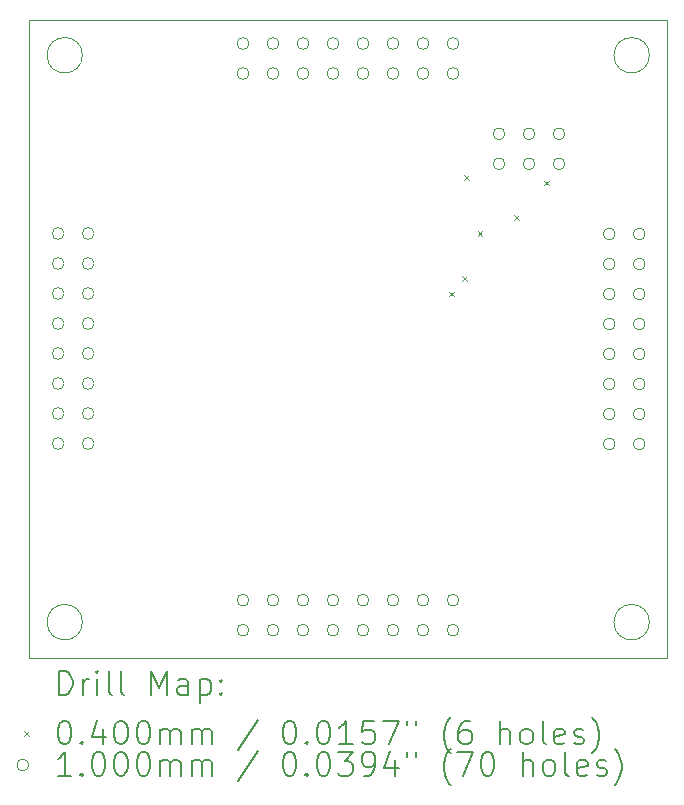
<source format=gbr>
%TF.GenerationSoftware,KiCad,Pcbnew,6.0.11+dfsg-1~bpo11+1*%
%TF.CreationDate,2023-04-06T13:49:15+02:00*%
%TF.ProjectId,dvert_11,64766572-745f-4313-912e-6b696361645f,1.1*%
%TF.SameCoordinates,Original*%
%TF.FileFunction,Drillmap*%
%TF.FilePolarity,Positive*%
%FSLAX45Y45*%
G04 Gerber Fmt 4.5, Leading zero omitted, Abs format (unit mm)*
G04 Created by KiCad (PCBNEW 6.0.11+dfsg-1~bpo11+1) date 2023-04-06 13:49:15*
%MOMM*%
%LPD*%
G01*
G04 APERTURE LIST*
%ADD10C,0.100000*%
%ADD11C,0.200000*%
%ADD12C,0.040000*%
G04 APERTURE END LIST*
D10*
X17247750Y-12473000D02*
G75*
G03*
X17247750Y-12473000I-150000J0D01*
G01*
X12447750Y-7673000D02*
G75*
G03*
X12447750Y-7673000I-150000J0D01*
G01*
X12447750Y-12473000D02*
G75*
G03*
X12447750Y-12473000I-150000J0D01*
G01*
X17247750Y-7673000D02*
G75*
G03*
X17247750Y-7673000I-150000J0D01*
G01*
X11997750Y-12773000D02*
X17397750Y-12773000D01*
X17397750Y-12773000D02*
X17397750Y-7373000D01*
X17397750Y-7373000D02*
X11997750Y-7373000D01*
X11997750Y-7373000D02*
X11997750Y-12773000D01*
D11*
D12*
X15550500Y-9673500D02*
X15590500Y-9713500D01*
X15590500Y-9673500D02*
X15550500Y-9713500D01*
X15664000Y-9546000D02*
X15704000Y-9586000D01*
X15704000Y-9546000D02*
X15664000Y-9586000D01*
X15680000Y-8687000D02*
X15720000Y-8727000D01*
X15720000Y-8687000D02*
X15680000Y-8727000D01*
X15793000Y-9162000D02*
X15833000Y-9202000D01*
X15833000Y-9162000D02*
X15793000Y-9202000D01*
X16100000Y-9026000D02*
X16140000Y-9066000D01*
X16140000Y-9026000D02*
X16100000Y-9066000D01*
X16355000Y-8734000D02*
X16395000Y-8774000D01*
X16395000Y-8734000D02*
X16355000Y-8774000D01*
D10*
X12291750Y-9182000D02*
G75*
G03*
X12291750Y-9182000I-50000J0D01*
G01*
X12291750Y-9436000D02*
G75*
G03*
X12291750Y-9436000I-50000J0D01*
G01*
X12291750Y-9690000D02*
G75*
G03*
X12291750Y-9690000I-50000J0D01*
G01*
X12291750Y-9944000D02*
G75*
G03*
X12291750Y-9944000I-50000J0D01*
G01*
X12291750Y-10198000D02*
G75*
G03*
X12291750Y-10198000I-50000J0D01*
G01*
X12291750Y-10452000D02*
G75*
G03*
X12291750Y-10452000I-50000J0D01*
G01*
X12291750Y-10706000D02*
G75*
G03*
X12291750Y-10706000I-50000J0D01*
G01*
X12291750Y-10960000D02*
G75*
G03*
X12291750Y-10960000I-50000J0D01*
G01*
X12545750Y-9182000D02*
G75*
G03*
X12545750Y-9182000I-50000J0D01*
G01*
X12545750Y-9436000D02*
G75*
G03*
X12545750Y-9436000I-50000J0D01*
G01*
X12545750Y-9690000D02*
G75*
G03*
X12545750Y-9690000I-50000J0D01*
G01*
X12545750Y-9944000D02*
G75*
G03*
X12545750Y-9944000I-50000J0D01*
G01*
X12545750Y-10198000D02*
G75*
G03*
X12545750Y-10198000I-50000J0D01*
G01*
X12545750Y-10452000D02*
G75*
G03*
X12545750Y-10452000I-50000J0D01*
G01*
X12545750Y-10706000D02*
G75*
G03*
X12545750Y-10706000I-50000J0D01*
G01*
X12545750Y-10960000D02*
G75*
G03*
X12545750Y-10960000I-50000J0D01*
G01*
X13857250Y-7573000D02*
G75*
G03*
X13857250Y-7573000I-50000J0D01*
G01*
X13857250Y-7827000D02*
G75*
G03*
X13857250Y-7827000I-50000J0D01*
G01*
X13857250Y-12285500D02*
G75*
G03*
X13857250Y-12285500I-50000J0D01*
G01*
X13857250Y-12539500D02*
G75*
G03*
X13857250Y-12539500I-50000J0D01*
G01*
X14111250Y-7573000D02*
G75*
G03*
X14111250Y-7573000I-50000J0D01*
G01*
X14111250Y-7827000D02*
G75*
G03*
X14111250Y-7827000I-50000J0D01*
G01*
X14111250Y-12285500D02*
G75*
G03*
X14111250Y-12285500I-50000J0D01*
G01*
X14111250Y-12539500D02*
G75*
G03*
X14111250Y-12539500I-50000J0D01*
G01*
X14365250Y-7573000D02*
G75*
G03*
X14365250Y-7573000I-50000J0D01*
G01*
X14365250Y-7827000D02*
G75*
G03*
X14365250Y-7827000I-50000J0D01*
G01*
X14365250Y-12285500D02*
G75*
G03*
X14365250Y-12285500I-50000J0D01*
G01*
X14365250Y-12539500D02*
G75*
G03*
X14365250Y-12539500I-50000J0D01*
G01*
X14619250Y-7573000D02*
G75*
G03*
X14619250Y-7573000I-50000J0D01*
G01*
X14619250Y-7827000D02*
G75*
G03*
X14619250Y-7827000I-50000J0D01*
G01*
X14619250Y-12285500D02*
G75*
G03*
X14619250Y-12285500I-50000J0D01*
G01*
X14619250Y-12539500D02*
G75*
G03*
X14619250Y-12539500I-50000J0D01*
G01*
X14873250Y-7573000D02*
G75*
G03*
X14873250Y-7573000I-50000J0D01*
G01*
X14873250Y-7827000D02*
G75*
G03*
X14873250Y-7827000I-50000J0D01*
G01*
X14873250Y-12285500D02*
G75*
G03*
X14873250Y-12285500I-50000J0D01*
G01*
X14873250Y-12539500D02*
G75*
G03*
X14873250Y-12539500I-50000J0D01*
G01*
X15127250Y-7573000D02*
G75*
G03*
X15127250Y-7573000I-50000J0D01*
G01*
X15127250Y-7827000D02*
G75*
G03*
X15127250Y-7827000I-50000J0D01*
G01*
X15127250Y-12285500D02*
G75*
G03*
X15127250Y-12285500I-50000J0D01*
G01*
X15127250Y-12539500D02*
G75*
G03*
X15127250Y-12539500I-50000J0D01*
G01*
X15381250Y-7573000D02*
G75*
G03*
X15381250Y-7573000I-50000J0D01*
G01*
X15381250Y-7827000D02*
G75*
G03*
X15381250Y-7827000I-50000J0D01*
G01*
X15381250Y-12285500D02*
G75*
G03*
X15381250Y-12285500I-50000J0D01*
G01*
X15381250Y-12539500D02*
G75*
G03*
X15381250Y-12539500I-50000J0D01*
G01*
X15635250Y-7573000D02*
G75*
G03*
X15635250Y-7573000I-50000J0D01*
G01*
X15635250Y-7827000D02*
G75*
G03*
X15635250Y-7827000I-50000J0D01*
G01*
X15635250Y-12285500D02*
G75*
G03*
X15635250Y-12285500I-50000J0D01*
G01*
X15635250Y-12539500D02*
G75*
G03*
X15635250Y-12539500I-50000J0D01*
G01*
X16024500Y-8338500D02*
G75*
G03*
X16024500Y-8338500I-50000J0D01*
G01*
X16024500Y-8592500D02*
G75*
G03*
X16024500Y-8592500I-50000J0D01*
G01*
X16278500Y-8338500D02*
G75*
G03*
X16278500Y-8338500I-50000J0D01*
G01*
X16278500Y-8592500D02*
G75*
G03*
X16278500Y-8592500I-50000J0D01*
G01*
X16532500Y-8338500D02*
G75*
G03*
X16532500Y-8338500I-50000J0D01*
G01*
X16532500Y-8592500D02*
G75*
G03*
X16532500Y-8592500I-50000J0D01*
G01*
X16957250Y-9186500D02*
G75*
G03*
X16957250Y-9186500I-50000J0D01*
G01*
X16957250Y-9440500D02*
G75*
G03*
X16957250Y-9440500I-50000J0D01*
G01*
X16957250Y-9694500D02*
G75*
G03*
X16957250Y-9694500I-50000J0D01*
G01*
X16957250Y-9948500D02*
G75*
G03*
X16957250Y-9948500I-50000J0D01*
G01*
X16957250Y-10202500D02*
G75*
G03*
X16957250Y-10202500I-50000J0D01*
G01*
X16957250Y-10456500D02*
G75*
G03*
X16957250Y-10456500I-50000J0D01*
G01*
X16957250Y-10710500D02*
G75*
G03*
X16957250Y-10710500I-50000J0D01*
G01*
X16957250Y-10964500D02*
G75*
G03*
X16957250Y-10964500I-50000J0D01*
G01*
X17211250Y-9186500D02*
G75*
G03*
X17211250Y-9186500I-50000J0D01*
G01*
X17211250Y-9440500D02*
G75*
G03*
X17211250Y-9440500I-50000J0D01*
G01*
X17211250Y-9694500D02*
G75*
G03*
X17211250Y-9694500I-50000J0D01*
G01*
X17211250Y-9948500D02*
G75*
G03*
X17211250Y-9948500I-50000J0D01*
G01*
X17211250Y-10202500D02*
G75*
G03*
X17211250Y-10202500I-50000J0D01*
G01*
X17211250Y-10456500D02*
G75*
G03*
X17211250Y-10456500I-50000J0D01*
G01*
X17211250Y-10710500D02*
G75*
G03*
X17211250Y-10710500I-50000J0D01*
G01*
X17211250Y-10964500D02*
G75*
G03*
X17211250Y-10964500I-50000J0D01*
G01*
D11*
X12250369Y-13088476D02*
X12250369Y-12888476D01*
X12297988Y-12888476D01*
X12326559Y-12898000D01*
X12345607Y-12917048D01*
X12355131Y-12936095D01*
X12364655Y-12974190D01*
X12364655Y-13002762D01*
X12355131Y-13040857D01*
X12345607Y-13059905D01*
X12326559Y-13078952D01*
X12297988Y-13088476D01*
X12250369Y-13088476D01*
X12450369Y-13088476D02*
X12450369Y-12955143D01*
X12450369Y-12993238D02*
X12459893Y-12974190D01*
X12469417Y-12964667D01*
X12488464Y-12955143D01*
X12507512Y-12955143D01*
X12574178Y-13088476D02*
X12574178Y-12955143D01*
X12574178Y-12888476D02*
X12564655Y-12898000D01*
X12574178Y-12907524D01*
X12583702Y-12898000D01*
X12574178Y-12888476D01*
X12574178Y-12907524D01*
X12697988Y-13088476D02*
X12678940Y-13078952D01*
X12669417Y-13059905D01*
X12669417Y-12888476D01*
X12802750Y-13088476D02*
X12783702Y-13078952D01*
X12774178Y-13059905D01*
X12774178Y-12888476D01*
X13031321Y-13088476D02*
X13031321Y-12888476D01*
X13097988Y-13031333D01*
X13164655Y-12888476D01*
X13164655Y-13088476D01*
X13345607Y-13088476D02*
X13345607Y-12983714D01*
X13336083Y-12964667D01*
X13317036Y-12955143D01*
X13278940Y-12955143D01*
X13259893Y-12964667D01*
X13345607Y-13078952D02*
X13326559Y-13088476D01*
X13278940Y-13088476D01*
X13259893Y-13078952D01*
X13250369Y-13059905D01*
X13250369Y-13040857D01*
X13259893Y-13021809D01*
X13278940Y-13012286D01*
X13326559Y-13012286D01*
X13345607Y-13002762D01*
X13440845Y-12955143D02*
X13440845Y-13155143D01*
X13440845Y-12964667D02*
X13459893Y-12955143D01*
X13497988Y-12955143D01*
X13517036Y-12964667D01*
X13526559Y-12974190D01*
X13536083Y-12993238D01*
X13536083Y-13050381D01*
X13526559Y-13069428D01*
X13517036Y-13078952D01*
X13497988Y-13088476D01*
X13459893Y-13088476D01*
X13440845Y-13078952D01*
X13621798Y-13069428D02*
X13631321Y-13078952D01*
X13621798Y-13088476D01*
X13612274Y-13078952D01*
X13621798Y-13069428D01*
X13621798Y-13088476D01*
X13621798Y-12964667D02*
X13631321Y-12974190D01*
X13621798Y-12983714D01*
X13612274Y-12974190D01*
X13621798Y-12964667D01*
X13621798Y-12983714D01*
D12*
X11952750Y-13398000D02*
X11992750Y-13438000D01*
X11992750Y-13398000D02*
X11952750Y-13438000D01*
D11*
X12288464Y-13308476D02*
X12307512Y-13308476D01*
X12326559Y-13318000D01*
X12336083Y-13327524D01*
X12345607Y-13346571D01*
X12355131Y-13384667D01*
X12355131Y-13432286D01*
X12345607Y-13470381D01*
X12336083Y-13489428D01*
X12326559Y-13498952D01*
X12307512Y-13508476D01*
X12288464Y-13508476D01*
X12269417Y-13498952D01*
X12259893Y-13489428D01*
X12250369Y-13470381D01*
X12240845Y-13432286D01*
X12240845Y-13384667D01*
X12250369Y-13346571D01*
X12259893Y-13327524D01*
X12269417Y-13318000D01*
X12288464Y-13308476D01*
X12440845Y-13489428D02*
X12450369Y-13498952D01*
X12440845Y-13508476D01*
X12431321Y-13498952D01*
X12440845Y-13489428D01*
X12440845Y-13508476D01*
X12621798Y-13375143D02*
X12621798Y-13508476D01*
X12574178Y-13298952D02*
X12526559Y-13441809D01*
X12650369Y-13441809D01*
X12764655Y-13308476D02*
X12783702Y-13308476D01*
X12802750Y-13318000D01*
X12812274Y-13327524D01*
X12821798Y-13346571D01*
X12831321Y-13384667D01*
X12831321Y-13432286D01*
X12821798Y-13470381D01*
X12812274Y-13489428D01*
X12802750Y-13498952D01*
X12783702Y-13508476D01*
X12764655Y-13508476D01*
X12745607Y-13498952D01*
X12736083Y-13489428D01*
X12726559Y-13470381D01*
X12717036Y-13432286D01*
X12717036Y-13384667D01*
X12726559Y-13346571D01*
X12736083Y-13327524D01*
X12745607Y-13318000D01*
X12764655Y-13308476D01*
X12955131Y-13308476D02*
X12974178Y-13308476D01*
X12993226Y-13318000D01*
X13002750Y-13327524D01*
X13012274Y-13346571D01*
X13021798Y-13384667D01*
X13021798Y-13432286D01*
X13012274Y-13470381D01*
X13002750Y-13489428D01*
X12993226Y-13498952D01*
X12974178Y-13508476D01*
X12955131Y-13508476D01*
X12936083Y-13498952D01*
X12926559Y-13489428D01*
X12917036Y-13470381D01*
X12907512Y-13432286D01*
X12907512Y-13384667D01*
X12917036Y-13346571D01*
X12926559Y-13327524D01*
X12936083Y-13318000D01*
X12955131Y-13308476D01*
X13107512Y-13508476D02*
X13107512Y-13375143D01*
X13107512Y-13394190D02*
X13117036Y-13384667D01*
X13136083Y-13375143D01*
X13164655Y-13375143D01*
X13183702Y-13384667D01*
X13193226Y-13403714D01*
X13193226Y-13508476D01*
X13193226Y-13403714D02*
X13202750Y-13384667D01*
X13221798Y-13375143D01*
X13250369Y-13375143D01*
X13269417Y-13384667D01*
X13278940Y-13403714D01*
X13278940Y-13508476D01*
X13374178Y-13508476D02*
X13374178Y-13375143D01*
X13374178Y-13394190D02*
X13383702Y-13384667D01*
X13402750Y-13375143D01*
X13431321Y-13375143D01*
X13450369Y-13384667D01*
X13459893Y-13403714D01*
X13459893Y-13508476D01*
X13459893Y-13403714D02*
X13469417Y-13384667D01*
X13488464Y-13375143D01*
X13517036Y-13375143D01*
X13536083Y-13384667D01*
X13545607Y-13403714D01*
X13545607Y-13508476D01*
X13936083Y-13298952D02*
X13764655Y-13556095D01*
X14193226Y-13308476D02*
X14212274Y-13308476D01*
X14231321Y-13318000D01*
X14240845Y-13327524D01*
X14250369Y-13346571D01*
X14259893Y-13384667D01*
X14259893Y-13432286D01*
X14250369Y-13470381D01*
X14240845Y-13489428D01*
X14231321Y-13498952D01*
X14212274Y-13508476D01*
X14193226Y-13508476D01*
X14174178Y-13498952D01*
X14164655Y-13489428D01*
X14155131Y-13470381D01*
X14145607Y-13432286D01*
X14145607Y-13384667D01*
X14155131Y-13346571D01*
X14164655Y-13327524D01*
X14174178Y-13318000D01*
X14193226Y-13308476D01*
X14345607Y-13489428D02*
X14355131Y-13498952D01*
X14345607Y-13508476D01*
X14336083Y-13498952D01*
X14345607Y-13489428D01*
X14345607Y-13508476D01*
X14478940Y-13308476D02*
X14497988Y-13308476D01*
X14517036Y-13318000D01*
X14526559Y-13327524D01*
X14536083Y-13346571D01*
X14545607Y-13384667D01*
X14545607Y-13432286D01*
X14536083Y-13470381D01*
X14526559Y-13489428D01*
X14517036Y-13498952D01*
X14497988Y-13508476D01*
X14478940Y-13508476D01*
X14459893Y-13498952D01*
X14450369Y-13489428D01*
X14440845Y-13470381D01*
X14431321Y-13432286D01*
X14431321Y-13384667D01*
X14440845Y-13346571D01*
X14450369Y-13327524D01*
X14459893Y-13318000D01*
X14478940Y-13308476D01*
X14736083Y-13508476D02*
X14621798Y-13508476D01*
X14678940Y-13508476D02*
X14678940Y-13308476D01*
X14659893Y-13337048D01*
X14640845Y-13356095D01*
X14621798Y-13365619D01*
X14917036Y-13308476D02*
X14821798Y-13308476D01*
X14812274Y-13403714D01*
X14821798Y-13394190D01*
X14840845Y-13384667D01*
X14888464Y-13384667D01*
X14907512Y-13394190D01*
X14917036Y-13403714D01*
X14926559Y-13422762D01*
X14926559Y-13470381D01*
X14917036Y-13489428D01*
X14907512Y-13498952D01*
X14888464Y-13508476D01*
X14840845Y-13508476D01*
X14821798Y-13498952D01*
X14812274Y-13489428D01*
X14993226Y-13308476D02*
X15126559Y-13308476D01*
X15040845Y-13508476D01*
X15193226Y-13308476D02*
X15193226Y-13346571D01*
X15269417Y-13308476D02*
X15269417Y-13346571D01*
X15564655Y-13584667D02*
X15555131Y-13575143D01*
X15536083Y-13546571D01*
X15526559Y-13527524D01*
X15517036Y-13498952D01*
X15507512Y-13451333D01*
X15507512Y-13413238D01*
X15517036Y-13365619D01*
X15526559Y-13337048D01*
X15536083Y-13318000D01*
X15555131Y-13289428D01*
X15564655Y-13279905D01*
X15726559Y-13308476D02*
X15688464Y-13308476D01*
X15669417Y-13318000D01*
X15659893Y-13327524D01*
X15640845Y-13356095D01*
X15631321Y-13394190D01*
X15631321Y-13470381D01*
X15640845Y-13489428D01*
X15650369Y-13498952D01*
X15669417Y-13508476D01*
X15707512Y-13508476D01*
X15726559Y-13498952D01*
X15736083Y-13489428D01*
X15745607Y-13470381D01*
X15745607Y-13422762D01*
X15736083Y-13403714D01*
X15726559Y-13394190D01*
X15707512Y-13384667D01*
X15669417Y-13384667D01*
X15650369Y-13394190D01*
X15640845Y-13403714D01*
X15631321Y-13422762D01*
X15983702Y-13508476D02*
X15983702Y-13308476D01*
X16069417Y-13508476D02*
X16069417Y-13403714D01*
X16059893Y-13384667D01*
X16040845Y-13375143D01*
X16012274Y-13375143D01*
X15993226Y-13384667D01*
X15983702Y-13394190D01*
X16193226Y-13508476D02*
X16174178Y-13498952D01*
X16164655Y-13489428D01*
X16155131Y-13470381D01*
X16155131Y-13413238D01*
X16164655Y-13394190D01*
X16174178Y-13384667D01*
X16193226Y-13375143D01*
X16221798Y-13375143D01*
X16240845Y-13384667D01*
X16250369Y-13394190D01*
X16259893Y-13413238D01*
X16259893Y-13470381D01*
X16250369Y-13489428D01*
X16240845Y-13498952D01*
X16221798Y-13508476D01*
X16193226Y-13508476D01*
X16374178Y-13508476D02*
X16355131Y-13498952D01*
X16345607Y-13479905D01*
X16345607Y-13308476D01*
X16526559Y-13498952D02*
X16507512Y-13508476D01*
X16469417Y-13508476D01*
X16450369Y-13498952D01*
X16440845Y-13479905D01*
X16440845Y-13403714D01*
X16450369Y-13384667D01*
X16469417Y-13375143D01*
X16507512Y-13375143D01*
X16526559Y-13384667D01*
X16536083Y-13403714D01*
X16536083Y-13422762D01*
X16440845Y-13441809D01*
X16612274Y-13498952D02*
X16631321Y-13508476D01*
X16669417Y-13508476D01*
X16688464Y-13498952D01*
X16697988Y-13479905D01*
X16697988Y-13470381D01*
X16688464Y-13451333D01*
X16669417Y-13441809D01*
X16640845Y-13441809D01*
X16621798Y-13432286D01*
X16612274Y-13413238D01*
X16612274Y-13403714D01*
X16621798Y-13384667D01*
X16640845Y-13375143D01*
X16669417Y-13375143D01*
X16688464Y-13384667D01*
X16764655Y-13584667D02*
X16774178Y-13575143D01*
X16793226Y-13546571D01*
X16802750Y-13527524D01*
X16812274Y-13498952D01*
X16821798Y-13451333D01*
X16821798Y-13413238D01*
X16812274Y-13365619D01*
X16802750Y-13337048D01*
X16793226Y-13318000D01*
X16774178Y-13289428D01*
X16764655Y-13279905D01*
D10*
X11992750Y-13682000D02*
G75*
G03*
X11992750Y-13682000I-50000J0D01*
G01*
D11*
X12355131Y-13772476D02*
X12240845Y-13772476D01*
X12297988Y-13772476D02*
X12297988Y-13572476D01*
X12278940Y-13601048D01*
X12259893Y-13620095D01*
X12240845Y-13629619D01*
X12440845Y-13753428D02*
X12450369Y-13762952D01*
X12440845Y-13772476D01*
X12431321Y-13762952D01*
X12440845Y-13753428D01*
X12440845Y-13772476D01*
X12574178Y-13572476D02*
X12593226Y-13572476D01*
X12612274Y-13582000D01*
X12621798Y-13591524D01*
X12631321Y-13610571D01*
X12640845Y-13648667D01*
X12640845Y-13696286D01*
X12631321Y-13734381D01*
X12621798Y-13753428D01*
X12612274Y-13762952D01*
X12593226Y-13772476D01*
X12574178Y-13772476D01*
X12555131Y-13762952D01*
X12545607Y-13753428D01*
X12536083Y-13734381D01*
X12526559Y-13696286D01*
X12526559Y-13648667D01*
X12536083Y-13610571D01*
X12545607Y-13591524D01*
X12555131Y-13582000D01*
X12574178Y-13572476D01*
X12764655Y-13572476D02*
X12783702Y-13572476D01*
X12802750Y-13582000D01*
X12812274Y-13591524D01*
X12821798Y-13610571D01*
X12831321Y-13648667D01*
X12831321Y-13696286D01*
X12821798Y-13734381D01*
X12812274Y-13753428D01*
X12802750Y-13762952D01*
X12783702Y-13772476D01*
X12764655Y-13772476D01*
X12745607Y-13762952D01*
X12736083Y-13753428D01*
X12726559Y-13734381D01*
X12717036Y-13696286D01*
X12717036Y-13648667D01*
X12726559Y-13610571D01*
X12736083Y-13591524D01*
X12745607Y-13582000D01*
X12764655Y-13572476D01*
X12955131Y-13572476D02*
X12974178Y-13572476D01*
X12993226Y-13582000D01*
X13002750Y-13591524D01*
X13012274Y-13610571D01*
X13021798Y-13648667D01*
X13021798Y-13696286D01*
X13012274Y-13734381D01*
X13002750Y-13753428D01*
X12993226Y-13762952D01*
X12974178Y-13772476D01*
X12955131Y-13772476D01*
X12936083Y-13762952D01*
X12926559Y-13753428D01*
X12917036Y-13734381D01*
X12907512Y-13696286D01*
X12907512Y-13648667D01*
X12917036Y-13610571D01*
X12926559Y-13591524D01*
X12936083Y-13582000D01*
X12955131Y-13572476D01*
X13107512Y-13772476D02*
X13107512Y-13639143D01*
X13107512Y-13658190D02*
X13117036Y-13648667D01*
X13136083Y-13639143D01*
X13164655Y-13639143D01*
X13183702Y-13648667D01*
X13193226Y-13667714D01*
X13193226Y-13772476D01*
X13193226Y-13667714D02*
X13202750Y-13648667D01*
X13221798Y-13639143D01*
X13250369Y-13639143D01*
X13269417Y-13648667D01*
X13278940Y-13667714D01*
X13278940Y-13772476D01*
X13374178Y-13772476D02*
X13374178Y-13639143D01*
X13374178Y-13658190D02*
X13383702Y-13648667D01*
X13402750Y-13639143D01*
X13431321Y-13639143D01*
X13450369Y-13648667D01*
X13459893Y-13667714D01*
X13459893Y-13772476D01*
X13459893Y-13667714D02*
X13469417Y-13648667D01*
X13488464Y-13639143D01*
X13517036Y-13639143D01*
X13536083Y-13648667D01*
X13545607Y-13667714D01*
X13545607Y-13772476D01*
X13936083Y-13562952D02*
X13764655Y-13820095D01*
X14193226Y-13572476D02*
X14212274Y-13572476D01*
X14231321Y-13582000D01*
X14240845Y-13591524D01*
X14250369Y-13610571D01*
X14259893Y-13648667D01*
X14259893Y-13696286D01*
X14250369Y-13734381D01*
X14240845Y-13753428D01*
X14231321Y-13762952D01*
X14212274Y-13772476D01*
X14193226Y-13772476D01*
X14174178Y-13762952D01*
X14164655Y-13753428D01*
X14155131Y-13734381D01*
X14145607Y-13696286D01*
X14145607Y-13648667D01*
X14155131Y-13610571D01*
X14164655Y-13591524D01*
X14174178Y-13582000D01*
X14193226Y-13572476D01*
X14345607Y-13753428D02*
X14355131Y-13762952D01*
X14345607Y-13772476D01*
X14336083Y-13762952D01*
X14345607Y-13753428D01*
X14345607Y-13772476D01*
X14478940Y-13572476D02*
X14497988Y-13572476D01*
X14517036Y-13582000D01*
X14526559Y-13591524D01*
X14536083Y-13610571D01*
X14545607Y-13648667D01*
X14545607Y-13696286D01*
X14536083Y-13734381D01*
X14526559Y-13753428D01*
X14517036Y-13762952D01*
X14497988Y-13772476D01*
X14478940Y-13772476D01*
X14459893Y-13762952D01*
X14450369Y-13753428D01*
X14440845Y-13734381D01*
X14431321Y-13696286D01*
X14431321Y-13648667D01*
X14440845Y-13610571D01*
X14450369Y-13591524D01*
X14459893Y-13582000D01*
X14478940Y-13572476D01*
X14612274Y-13572476D02*
X14736083Y-13572476D01*
X14669417Y-13648667D01*
X14697988Y-13648667D01*
X14717036Y-13658190D01*
X14726559Y-13667714D01*
X14736083Y-13686762D01*
X14736083Y-13734381D01*
X14726559Y-13753428D01*
X14717036Y-13762952D01*
X14697988Y-13772476D01*
X14640845Y-13772476D01*
X14621798Y-13762952D01*
X14612274Y-13753428D01*
X14831321Y-13772476D02*
X14869417Y-13772476D01*
X14888464Y-13762952D01*
X14897988Y-13753428D01*
X14917036Y-13724857D01*
X14926559Y-13686762D01*
X14926559Y-13610571D01*
X14917036Y-13591524D01*
X14907512Y-13582000D01*
X14888464Y-13572476D01*
X14850369Y-13572476D01*
X14831321Y-13582000D01*
X14821798Y-13591524D01*
X14812274Y-13610571D01*
X14812274Y-13658190D01*
X14821798Y-13677238D01*
X14831321Y-13686762D01*
X14850369Y-13696286D01*
X14888464Y-13696286D01*
X14907512Y-13686762D01*
X14917036Y-13677238D01*
X14926559Y-13658190D01*
X15097988Y-13639143D02*
X15097988Y-13772476D01*
X15050369Y-13562952D02*
X15002750Y-13705809D01*
X15126559Y-13705809D01*
X15193226Y-13572476D02*
X15193226Y-13610571D01*
X15269417Y-13572476D02*
X15269417Y-13610571D01*
X15564655Y-13848667D02*
X15555131Y-13839143D01*
X15536083Y-13810571D01*
X15526559Y-13791524D01*
X15517036Y-13762952D01*
X15507512Y-13715333D01*
X15507512Y-13677238D01*
X15517036Y-13629619D01*
X15526559Y-13601048D01*
X15536083Y-13582000D01*
X15555131Y-13553428D01*
X15564655Y-13543905D01*
X15621798Y-13572476D02*
X15755131Y-13572476D01*
X15669417Y-13772476D01*
X15869417Y-13572476D02*
X15888464Y-13572476D01*
X15907512Y-13582000D01*
X15917036Y-13591524D01*
X15926559Y-13610571D01*
X15936083Y-13648667D01*
X15936083Y-13696286D01*
X15926559Y-13734381D01*
X15917036Y-13753428D01*
X15907512Y-13762952D01*
X15888464Y-13772476D01*
X15869417Y-13772476D01*
X15850369Y-13762952D01*
X15840845Y-13753428D01*
X15831321Y-13734381D01*
X15821798Y-13696286D01*
X15821798Y-13648667D01*
X15831321Y-13610571D01*
X15840845Y-13591524D01*
X15850369Y-13582000D01*
X15869417Y-13572476D01*
X16174178Y-13772476D02*
X16174178Y-13572476D01*
X16259893Y-13772476D02*
X16259893Y-13667714D01*
X16250369Y-13648667D01*
X16231321Y-13639143D01*
X16202750Y-13639143D01*
X16183702Y-13648667D01*
X16174178Y-13658190D01*
X16383702Y-13772476D02*
X16364655Y-13762952D01*
X16355131Y-13753428D01*
X16345607Y-13734381D01*
X16345607Y-13677238D01*
X16355131Y-13658190D01*
X16364655Y-13648667D01*
X16383702Y-13639143D01*
X16412274Y-13639143D01*
X16431321Y-13648667D01*
X16440845Y-13658190D01*
X16450369Y-13677238D01*
X16450369Y-13734381D01*
X16440845Y-13753428D01*
X16431321Y-13762952D01*
X16412274Y-13772476D01*
X16383702Y-13772476D01*
X16564655Y-13772476D02*
X16545607Y-13762952D01*
X16536083Y-13743905D01*
X16536083Y-13572476D01*
X16717036Y-13762952D02*
X16697988Y-13772476D01*
X16659893Y-13772476D01*
X16640845Y-13762952D01*
X16631321Y-13743905D01*
X16631321Y-13667714D01*
X16640845Y-13648667D01*
X16659893Y-13639143D01*
X16697988Y-13639143D01*
X16717036Y-13648667D01*
X16726559Y-13667714D01*
X16726559Y-13686762D01*
X16631321Y-13705809D01*
X16802750Y-13762952D02*
X16821798Y-13772476D01*
X16859893Y-13772476D01*
X16878940Y-13762952D01*
X16888464Y-13743905D01*
X16888464Y-13734381D01*
X16878940Y-13715333D01*
X16859893Y-13705809D01*
X16831321Y-13705809D01*
X16812274Y-13696286D01*
X16802750Y-13677238D01*
X16802750Y-13667714D01*
X16812274Y-13648667D01*
X16831321Y-13639143D01*
X16859893Y-13639143D01*
X16878940Y-13648667D01*
X16955131Y-13848667D02*
X16964655Y-13839143D01*
X16983702Y-13810571D01*
X16993226Y-13791524D01*
X17002750Y-13762952D01*
X17012274Y-13715333D01*
X17012274Y-13677238D01*
X17002750Y-13629619D01*
X16993226Y-13601048D01*
X16983702Y-13582000D01*
X16964655Y-13553428D01*
X16955131Y-13543905D01*
M02*

</source>
